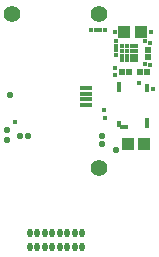
<source format=gbr>
%TF.GenerationSoftware,Altium Limited,Altium Designer,18.0.12 (696)*%
G04 Layer_Color=16711935*
%FSLAX45Y45*%
%MOMM*%
%TF.FileFunction,Soldermask,Bot*%
%TF.Part,Single*%
G01*
G75*
%TA.AperFunction,BGAPad,CuDef*%
%ADD52C,0.40320*%
%TA.AperFunction,SMDPad,CuDef*%
%ADD53R,1.00320X0.45320*%
%TA.AperFunction,BGAPad,CuDef*%
%ADD54R,0.40320X0.40320*%
%TA.AperFunction,SMDPad,CuDef*%
%ADD55R,0.40320X0.31920*%
%ADD56R,0.40320X0.35320*%
%ADD57R,0.31920X0.31920*%
%ADD58R,1.00320X1.05320*%
%ADD59R,0.55320X0.50320*%
%ADD60R,0.50320X0.55320*%
%TA.AperFunction,ComponentPad*%
G04:AMPARAMS|DCode=61|XSize=0.5032mm|YSize=0.5032mm|CornerRadius=0mm|HoleSize=0mm|Usage=FLASHONLY|Rotation=180.000|XOffset=0mm|YOffset=0mm|HoleType=Round|Shape=Octagon|*
%AMOCTAGOND61*
4,1,8,-0.25160,0.12580,-0.25160,-0.12580,-0.12580,-0.25160,0.12580,-0.25160,0.25160,-0.12580,0.25160,0.12580,0.12580,0.25160,-0.12580,0.25160,-0.25160,0.12580,0.0*
%
%ADD61OCTAGOND61*%

%ADD62O,0.50000X0.70000*%
%TA.AperFunction,ViaPad*%
%ADD63C,1.40320*%
%TA.AperFunction,ComponentPad*%
G04:AMPARAMS|DCode=64|XSize=0.5032mm|YSize=0.5032mm|CornerRadius=0mm|HoleSize=0mm|Usage=FLASHONLY|Rotation=90.000|XOffset=0mm|YOffset=0mm|HoleType=Round|Shape=Octagon|*
%AMOCTAGOND64*
4,1,8,0.12580,0.25160,-0.12580,0.25160,-0.25160,0.12580,-0.25160,-0.12580,-0.12580,-0.25160,0.12580,-0.25160,0.25160,-0.12580,0.25160,0.12580,0.12580,0.25160,0.0*
%
%ADD64OCTAGOND64*%

%TA.AperFunction,ViaPad*%
%ADD65C,0.45320*%
%ADD66C,0.40000*%
D52*
X565000Y1065001D02*
D03*
Y985001D02*
D03*
Y1025001D02*
D03*
Y1105001D02*
D03*
X605000Y985001D02*
D03*
X645000D02*
D03*
X685000D02*
D03*
X605000Y1025001D02*
D03*
X645000D02*
D03*
X685000D02*
D03*
X605000Y1065001D02*
D03*
X645000D02*
D03*
X685000D02*
D03*
X605000Y1105001D02*
D03*
X645000D02*
D03*
X685000D02*
D03*
D53*
X253997Y755000D02*
D03*
Y705000D02*
D03*
Y655000D02*
D03*
Y605000D02*
D03*
D54*
X535000Y782000D02*
D03*
Y735000D02*
D03*
X771600Y426000D02*
D03*
Y485060D02*
D03*
X560700Y418200D02*
D03*
X599530D02*
D03*
X771600Y736545D02*
D03*
Y765675D02*
D03*
X535000Y453785D02*
D03*
Y442140D02*
D03*
X709950Y795800D02*
D03*
X771600Y755365D02*
D03*
D55*
X535000Y758020D02*
D03*
D56*
X771600Y455000D02*
D03*
D57*
Y755365D02*
D03*
X535000Y447140D02*
D03*
D58*
X611750Y276750D02*
D03*
X751750D02*
D03*
X720000Y1230000D02*
D03*
X580000D02*
D03*
D59*
X775000Y885000D02*
D03*
X715000D02*
D03*
X625000D02*
D03*
X565000D02*
D03*
D60*
X785000Y1015000D02*
D03*
Y1075000D02*
D03*
D61*
X515000Y230500D02*
D03*
X-300750Y343250D02*
D03*
X-232750D02*
D03*
X-412250Y398500D02*
D03*
X-387819Y695000D02*
D03*
X391000Y278000D02*
D03*
Y343250D02*
D03*
D62*
X223977Y-592140D02*
D03*
X97027D02*
D03*
X-93473Y-472840D02*
D03*
X-156973D02*
D03*
X-220473D02*
D03*
X97027D02*
D03*
X33527D02*
D03*
X-29973D02*
D03*
X-93473Y-592140D02*
D03*
X-156973D02*
D03*
X-220473D02*
D03*
X-29973D02*
D03*
X33527D02*
D03*
X160477Y-472840D02*
D03*
Y-592140D02*
D03*
X223977Y-472840D02*
D03*
D63*
X-365000Y1375000D02*
D03*
X365000D02*
D03*
Y75000D02*
D03*
D64*
X-413000Y315500D02*
D03*
D65*
X420000Y1240000D02*
D03*
X510000Y1110001D02*
D03*
X300000Y1240000D02*
D03*
X340000D02*
D03*
X380000D02*
D03*
X510000Y1150000D02*
D03*
Y1030000D02*
D03*
Y1070000D02*
D03*
D66*
X500000Y1230000D02*
D03*
X415000Y500000D02*
D03*
X505001Y925000D02*
D03*
X825000Y740000D02*
D03*
X409090Y565999D02*
D03*
X500000Y865000D02*
D03*
X810000Y1230000D02*
D03*
X-343750Y463000D02*
D03*
X760001Y1150000D02*
D03*
X800000Y1134997D02*
D03*
X755001Y953882D02*
D03*
X800000Y950000D02*
D03*
%TF.MD5,460fc1dd7b314b5b14e522303763564d*%
M02*

</source>
